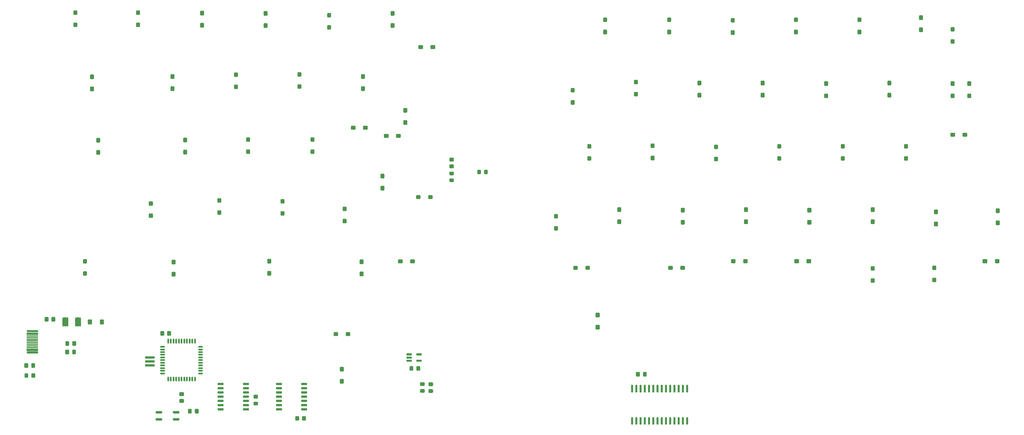
<source format=gbp>
%TF.GenerationSoftware,KiCad,Pcbnew,8.0.2-1*%
%TF.CreationDate,2024-05-14T21:57:46+09:00*%
%TF.ProjectId,us,75732e6b-6963-4616-945f-706362585858,rev?*%
%TF.SameCoordinates,Original*%
%TF.FileFunction,Paste,Bot*%
%TF.FilePolarity,Positive*%
%FSLAX46Y46*%
G04 Gerber Fmt 4.6, Leading zero omitted, Abs format (unit mm)*
G04 Created by KiCad (PCBNEW 8.0.2-1) date 2024-05-14 21:57:46*
%MOMM*%
%LPD*%
G01*
G04 APERTURE LIST*
%ADD10C,0.300000*%
%ADD11C,0.650010*%
%ADD12C,0.500000*%
%ADD13C,0.350010*%
%ADD14C,0.600000*%
%ADD15C,0.550010*%
%ADD16C,1.170030*%
%ADD17C,0.629970*%
%ADD18C,0.624990*%
%ADD19C,0.000000*%
%ADD20C,0.800000*%
G04 APERTURE END LIST*
D10*
X16400020Y41330120D02*
X19450050Y41330120D01*
X16400020Y41479980D02*
X19450050Y41479980D01*
X16400020Y41180000D02*
X19450050Y41180000D01*
X16349980Y40530020D02*
X19450050Y40530020D01*
X16349980Y40679880D02*
X19450050Y40679880D01*
X16349980Y40379900D02*
X19450050Y40379900D01*
X16349980Y39880030D02*
X19450050Y39880030D01*
X16349980Y39379910D02*
X19450050Y39379910D01*
X16349980Y38880030D02*
X19450050Y38880030D01*
X16400020Y34930080D02*
X19450050Y34930080D01*
X16400020Y35079940D02*
X19450050Y35079940D01*
X16400020Y34779970D02*
X19450050Y34779970D01*
X16349980Y35729930D02*
X19450050Y35729930D01*
X16349980Y35880040D02*
X19450050Y35880040D01*
X16349980Y35580070D02*
X19450050Y35580070D01*
X16349980Y36379910D02*
X19450050Y36379910D01*
X16349980Y36880040D02*
X19450050Y36880040D01*
X16349980Y37379910D02*
X19450050Y37379910D01*
X16349980Y37880040D02*
X19450050Y37880040D01*
X16349980Y38379910D02*
X19450050Y38379910D01*
D11*
X67200020Y16925040D02*
X67200020Y17675100D01*
D12*
X66874900Y16850110D02*
X66874900Y17750030D01*
X67524880Y16850110D02*
X67524880Y17750030D01*
D11*
X65149980Y16925040D02*
X65149980Y17675100D01*
D12*
X64825120Y16850110D02*
X64825120Y17750030D01*
X65475100Y16850110D02*
X65475100Y17750030D01*
D10*
X214336120Y23100030D02*
X214336120Y24999950D01*
X214186260Y23100030D02*
X214186260Y24999950D01*
X214486240Y23100030D02*
X214486240Y24999950D01*
X214336120Y13400020D02*
X214336120Y15299940D01*
X214186260Y13400020D02*
X214186260Y15299940D01*
X214486240Y13400020D02*
X214486240Y15299940D01*
X213066120Y23100030D02*
X213066120Y24999950D01*
X212916260Y23100030D02*
X212916260Y24999950D01*
X213216240Y23100030D02*
X213216240Y24999950D01*
X213066120Y13400020D02*
X213066120Y15299940D01*
X212916260Y13400020D02*
X212916260Y15299940D01*
X213216240Y13400020D02*
X213216240Y15299940D01*
X211796120Y23100030D02*
X211796120Y24999950D01*
X211646260Y23100030D02*
X211646260Y24999950D01*
X211946240Y23100030D02*
X211946240Y24999950D01*
X211796120Y13400020D02*
X211796120Y15299940D01*
X211646260Y13400020D02*
X211646260Y15299940D01*
X211946240Y13400020D02*
X211946240Y15299940D01*
X210526120Y23100030D02*
X210526120Y24999950D01*
X210376260Y23100030D02*
X210376260Y24999950D01*
X210676240Y23100030D02*
X210676240Y24999950D01*
X210526120Y13400020D02*
X210526120Y15299940D01*
X210376260Y13400020D02*
X210376260Y15299940D01*
X210676240Y13400020D02*
X210676240Y15299940D01*
X209256120Y23100030D02*
X209256120Y24999950D01*
X209106260Y23100030D02*
X209106260Y24999950D01*
X209406240Y23100030D02*
X209406240Y24999950D01*
X209256120Y13400020D02*
X209256120Y15299940D01*
X209106260Y13400020D02*
X209106260Y15299940D01*
X209406240Y13400020D02*
X209406240Y15299940D01*
X207986120Y23100030D02*
X207986120Y24999950D01*
X207836260Y23100030D02*
X207836260Y24999950D01*
X208136240Y23100030D02*
X208136240Y24999950D01*
X207986120Y13400020D02*
X207986120Y15299940D01*
X207836260Y13400020D02*
X207836260Y15299940D01*
X208136240Y13400020D02*
X208136240Y15299940D01*
X206716120Y23100030D02*
X206716120Y24999950D01*
X206566260Y23100030D02*
X206566260Y24999950D01*
X206866240Y23100030D02*
X206866240Y24999950D01*
X206716120Y13400020D02*
X206716120Y15299940D01*
X206566260Y13400020D02*
X206566260Y15299940D01*
X206866240Y13400020D02*
X206866240Y15299940D01*
X205446120Y23100030D02*
X205446120Y24999950D01*
X205296260Y23100030D02*
X205296260Y24999950D01*
X205596240Y23100030D02*
X205596240Y24999950D01*
X205446120Y13400020D02*
X205446120Y15299940D01*
X205296260Y13400020D02*
X205296260Y15299940D01*
X205596240Y13400020D02*
X205596240Y15299940D01*
X204176120Y23100030D02*
X204176120Y24999950D01*
X204026260Y23100030D02*
X204026260Y24999950D01*
X204326240Y23100030D02*
X204326240Y24999950D01*
X204176120Y13400020D02*
X204176120Y15299940D01*
X204026260Y13400020D02*
X204026260Y15299940D01*
X204326240Y13400020D02*
X204326240Y15299940D01*
X202906120Y23100030D02*
X202906120Y24999950D01*
X202756260Y23100030D02*
X202756260Y24999950D01*
X203056240Y23100030D02*
X203056240Y24999950D01*
X202906120Y13400020D02*
X202906120Y15299940D01*
X202756260Y13400020D02*
X202756260Y15299940D01*
X203056240Y13400020D02*
X203056240Y15299940D01*
X201636120Y23100030D02*
X201636120Y24999950D01*
X201486260Y23100030D02*
X201486260Y24999950D01*
X201786240Y23100030D02*
X201786240Y24999950D01*
X201636120Y13400020D02*
X201636120Y15299940D01*
X201486260Y13400020D02*
X201486260Y15299940D01*
X201786240Y13400020D02*
X201786240Y15299940D01*
X200366120Y23100030D02*
X200366120Y24999950D01*
X200216260Y23100030D02*
X200216260Y24999950D01*
X200516240Y23100030D02*
X200516240Y24999950D01*
X200366120Y13400020D02*
X200366120Y15299940D01*
X200216260Y13400020D02*
X200216260Y15299940D01*
X200516240Y13400020D02*
X200516240Y15299940D01*
X199096120Y23100030D02*
X199096120Y24999950D01*
X198946260Y23100030D02*
X198946260Y24999950D01*
X199246240Y23100030D02*
X199246240Y24999950D01*
X199096120Y13400020D02*
X199096120Y15299940D01*
X198946260Y13400020D02*
X198946260Y15299940D01*
X199246240Y13400020D02*
X199246240Y15299940D01*
X197826120Y23100030D02*
X197826120Y24999950D01*
X197676260Y23100030D02*
X197676260Y24999950D01*
X197976240Y23100030D02*
X197976240Y24999950D01*
X197826120Y13400020D02*
X197826120Y15299940D01*
X197676260Y13400020D02*
X197676260Y15299940D01*
X197976240Y13400020D02*
X197976240Y15299940D01*
D13*
X91149930Y25439880D02*
X92600020Y25439880D01*
X91149930Y25614880D02*
X92600020Y25614880D01*
X91149930Y25265130D02*
X92600020Y25265130D01*
X98750120Y25439880D02*
X100199950Y25439880D01*
X98750120Y25614880D02*
X100199950Y25614880D01*
X98750120Y25265130D02*
X100199950Y25265130D01*
X91149930Y24169880D02*
X92600020Y24169880D01*
X91149930Y24344880D02*
X92600020Y24344880D01*
X91149930Y23995130D02*
X92600020Y23995130D01*
X98750120Y24169880D02*
X100199950Y24169880D01*
X98750120Y24344880D02*
X100199950Y24344880D01*
X98750120Y23995130D02*
X100199950Y23995130D01*
X91149930Y22899880D02*
X92600020Y22899880D01*
X91149930Y23074880D02*
X92600020Y23074880D01*
X91149930Y22725130D02*
X92600020Y22725130D01*
X98750120Y22899880D02*
X100199950Y22899880D01*
X98750120Y23074880D02*
X100199950Y23074880D01*
X98750120Y22725130D02*
X100199950Y22725130D01*
X91149930Y21629880D02*
X92600020Y21629880D01*
X91149930Y21804880D02*
X92600020Y21804880D01*
X91149930Y21455130D02*
X92600020Y21455130D01*
X98750120Y21629880D02*
X100199950Y21629880D01*
X98750120Y21804880D02*
X100199950Y21804880D01*
X98750120Y21455130D02*
X100199950Y21455130D01*
X91149930Y20359880D02*
X92600020Y20359880D01*
X91149930Y20534880D02*
X92600020Y20534880D01*
X91149930Y20185130D02*
X92600020Y20185130D01*
X98750120Y20359880D02*
X100199950Y20359880D01*
X98750120Y20534880D02*
X100199950Y20534880D01*
X98750120Y20185130D02*
X100199950Y20185130D01*
X91149930Y19089880D02*
X92600020Y19089880D01*
X91149930Y19264880D02*
X92600020Y19264880D01*
X91149930Y18915130D02*
X92600020Y18915130D01*
X98750120Y19089880D02*
X100199950Y19089880D01*
X98750120Y19264880D02*
X100199950Y19264880D01*
X98750120Y18915130D02*
X100199950Y18915130D01*
X91149930Y17819880D02*
X92600020Y17819880D01*
X91149930Y17994880D02*
X92600020Y17994880D01*
X91149930Y17645130D02*
X92600020Y17645130D01*
X98750120Y17819880D02*
X100199950Y17819880D01*
X98750120Y17994880D02*
X100199950Y17994880D01*
X98750120Y17645130D02*
X100199950Y17645130D01*
D14*
X110674910Y29554930D02*
X110674910Y30355030D01*
X110374940Y29554930D02*
X110374940Y30355030D01*
X110974890Y29554930D02*
X110974890Y30355030D01*
X110674910Y25904950D02*
X110674910Y26705050D01*
X110374940Y25904950D02*
X110374940Y26705050D01*
X110974890Y25904950D02*
X110974890Y26705050D01*
X122925080Y87555070D02*
X122925080Y88354920D01*
X122625100Y87555070D02*
X122625100Y88354920D01*
X123225050Y87555070D02*
X123225050Y88354920D01*
X122925080Y83905090D02*
X122925080Y84704940D01*
X122625100Y83905090D02*
X122625100Y84704940D01*
X123225050Y83905090D02*
X123225050Y84704940D01*
D15*
X67900040Y28630120D02*
X68850000Y28630120D01*
X67900040Y29429960D02*
X68850000Y29429960D01*
X67900040Y30230060D02*
X68850000Y30230060D01*
X67900040Y31029910D02*
X68850000Y31029910D01*
X67900040Y31830010D02*
X68850000Y31830010D01*
X67900040Y32630110D02*
X68850000Y32630110D01*
X67900040Y33429960D02*
X68850000Y33429960D01*
X67900040Y34230060D02*
X68850000Y34230060D01*
X67900040Y35029900D02*
X68850000Y35029900D01*
X67900040Y35830000D02*
X68850000Y35830000D01*
X67900040Y36630100D02*
X68850000Y36630100D01*
X66675000Y37854890D02*
X66675000Y38805100D01*
X65874900Y37854890D02*
X65874900Y38805100D01*
X65075050Y37854890D02*
X65075050Y38805100D01*
X64274950Y37854890D02*
X64274950Y38805100D01*
X63475110Y37854890D02*
X63475110Y38805100D01*
X62675010Y37854890D02*
X62675010Y38805100D01*
X61874910Y37854890D02*
X61874910Y38805100D01*
X61075060Y37854890D02*
X61075060Y38805100D01*
X60274960Y37854890D02*
X60274960Y38805100D01*
X59475120Y37854890D02*
X59475120Y38805100D01*
X58675020Y37854890D02*
X58675020Y38805100D01*
X56500010Y36630100D02*
X57449970Y36630100D01*
X56500010Y35830000D02*
X57449970Y35830000D01*
X56500010Y35029900D02*
X57449970Y35029900D01*
X56500010Y34230060D02*
X57449970Y34230060D01*
X56500010Y33429960D02*
X57449970Y33429960D01*
X56500010Y32630110D02*
X57449970Y32630110D01*
X56500010Y31830010D02*
X57449970Y31830010D01*
X56500010Y31029910D02*
X57449970Y31029910D01*
X56500010Y30230060D02*
X57449970Y30230060D01*
X56500010Y29429960D02*
X57449970Y29429960D01*
X56500010Y28630120D02*
X57449970Y28630120D01*
X58675020Y26455120D02*
X58675020Y27405080D01*
X59475120Y26455120D02*
X59475120Y27405080D01*
X60274960Y26455120D02*
X60274960Y27405080D01*
X61075060Y26455120D02*
X61075060Y27405080D01*
X61874910Y26455120D02*
X61874910Y27405080D01*
X62675010Y26455120D02*
X62675010Y27405080D01*
X63475110Y26455120D02*
X63475110Y27405080D01*
X64274950Y26455120D02*
X64274950Y27405080D01*
X65075050Y26455120D02*
X65075050Y27405080D01*
X65874900Y26455120D02*
X65874900Y27405080D01*
X66675000Y26455120D02*
X66675000Y27405080D01*
D14*
X241949990Y92829890D02*
X241949990Y93629990D01*
X241650010Y92829890D02*
X241650010Y93629990D01*
X242249960Y92829890D02*
X242249960Y93629990D01*
X241949990Y96480120D02*
X241949990Y97279970D01*
X241650010Y96480120D02*
X241650010Y97279970D01*
X242249960Y96480120D02*
X242249960Y97279970D01*
X59894980Y117424960D02*
X59894980Y118225060D01*
X59595000Y117424960D02*
X59595000Y118225060D01*
X60194950Y117424960D02*
X60194950Y118225060D01*
X59894980Y113774980D02*
X59894980Y114575080D01*
X59595000Y113774980D02*
X59595000Y114575080D01*
X60194950Y113774980D02*
X60194950Y114575080D01*
X87834980Y136394950D02*
X87834980Y137195050D01*
X87535000Y136394950D02*
X87535000Y137195050D01*
X88134950Y136394950D02*
X88134950Y137195050D01*
X87834980Y132744970D02*
X87834980Y133545070D01*
X87535000Y132744970D02*
X87535000Y133545070D01*
X88134950Y132744970D02*
X88134950Y133545070D01*
X78944980Y117979950D02*
X78944980Y118780050D01*
X78645000Y117979950D02*
X78645000Y118780050D01*
X79244950Y117979950D02*
X79244950Y118780050D01*
X78944980Y114329970D02*
X78944980Y115130070D01*
X78645000Y114329970D02*
X78645000Y115130070D01*
X79244950Y114329970D02*
X79244950Y115130070D01*
X97994980Y114409980D02*
X97994980Y115210080D01*
X97695000Y114409980D02*
X97695000Y115210080D01*
X98294950Y114409980D02*
X98294950Y115210080D01*
X97994980Y118059960D02*
X97994980Y118860060D01*
X97695000Y118059960D02*
X97695000Y118860060D01*
X98294950Y118059960D02*
X98294950Y118860060D01*
X129744980Y107264960D02*
X129744980Y108065060D01*
X129445000Y107264960D02*
X129445000Y108065060D01*
X130044950Y107264960D02*
X130044950Y108065060D01*
X129744980Y103614980D02*
X129744980Y104415080D01*
X129445000Y103614980D02*
X129445000Y104415080D01*
X130044950Y103614980D02*
X130044950Y104415080D01*
X37669980Y98294950D02*
X37669980Y99095050D01*
X37370000Y98294950D02*
X37370000Y99095050D01*
X37969950Y98294950D02*
X37969950Y99095050D01*
X37669980Y94644970D02*
X37669980Y95445070D01*
X37370000Y94644970D02*
X37370000Y95445070D01*
X37969950Y94644970D02*
X37969950Y95445070D01*
X63704980Y98374960D02*
X63704980Y99175060D01*
X63405000Y98374960D02*
X63405000Y99175060D01*
X64004950Y98374960D02*
X64004950Y99175060D01*
X63704980Y94724980D02*
X63704980Y95525080D01*
X63405000Y94724980D02*
X63405000Y95525080D01*
X64004950Y94724980D02*
X64004950Y95525080D01*
X82627980Y98501960D02*
X82627980Y99302060D01*
X82328000Y98501960D02*
X82328000Y99302060D01*
X82927950Y98501960D02*
X82927950Y99302060D01*
X82627980Y94851980D02*
X82627980Y95652080D01*
X82328000Y94851980D02*
X82328000Y95652080D01*
X82927950Y94851980D02*
X82927950Y95652080D01*
X101931980Y98501960D02*
X101931980Y99302060D01*
X101632000Y98501960D02*
X101632000Y99302060D01*
X102231950Y98501960D02*
X102231950Y99302060D01*
X101931980Y94851980D02*
X101931980Y95652080D01*
X101632000Y94851980D02*
X101632000Y95652080D01*
X102231950Y94851980D02*
X102231950Y95652080D01*
X113723930Y102458010D02*
X114524030Y102458010D01*
X113723930Y102757990D02*
X114524030Y102757990D01*
X113723930Y102158040D02*
X114524030Y102158040D01*
X117373910Y102458010D02*
X118174010Y102458010D01*
X117373910Y102757990D02*
X118174010Y102757990D01*
X117373910Y102158040D02*
X118174010Y102158040D01*
X127279910Y100045010D02*
X128080010Y100045010D01*
X127279910Y100344990D02*
X128080010Y100344990D01*
X127279910Y99745040D02*
X128080010Y99745040D01*
X123629930Y100045010D02*
X124430030Y100045010D01*
X123629930Y100344990D02*
X124430030Y100344990D01*
X123629930Y99745040D02*
X124430030Y99745040D01*
X53425090Y79304900D02*
X53425090Y80105000D01*
X53125120Y79304900D02*
X53125120Y80105000D01*
X53725060Y79304900D02*
X53725060Y80105000D01*
X53425090Y75654920D02*
X53425090Y76455020D01*
X53125120Y75654920D02*
X53125120Y76455020D01*
X53725060Y75654920D02*
X53725060Y76455020D01*
X73991980Y80213960D02*
X73991980Y81014060D01*
X73692000Y80213960D02*
X73692000Y81014060D01*
X74291950Y80213960D02*
X74291950Y81014060D01*
X73991980Y76563980D02*
X73991980Y77364080D01*
X73692000Y76563980D02*
X73692000Y77364080D01*
X74291950Y76563980D02*
X74291950Y77364080D01*
X92914980Y79959960D02*
X92914980Y80760060D01*
X92615000Y79959960D02*
X92615000Y80760060D01*
X93214950Y79959960D02*
X93214950Y80760060D01*
X92914980Y76309980D02*
X92914980Y77110080D01*
X92615000Y76309980D02*
X92615000Y77110080D01*
X93214950Y76309980D02*
X93214950Y77110080D01*
X111583980Y77673960D02*
X111583980Y78474060D01*
X111284000Y77673960D02*
X111284000Y78474060D01*
X111883950Y77673960D02*
X111883950Y78474060D01*
X111583980Y74023980D02*
X111583980Y74824080D01*
X111284000Y74023980D02*
X111284000Y74824080D01*
X111883950Y74023980D02*
X111883950Y74824080D01*
X33675070Y58275980D02*
X33675070Y59076080D01*
X33375090Y58275980D02*
X33375090Y59076080D01*
X33975040Y58275980D02*
X33975040Y59076080D01*
X33675070Y61925960D02*
X33675070Y62726060D01*
X33375090Y61925960D02*
X33375090Y62726060D01*
X33975040Y61925960D02*
X33975040Y62726060D01*
X60275980Y61718950D02*
X60275980Y62519050D01*
X59976000Y61718950D02*
X59976000Y62519050D01*
X60575950Y61718950D02*
X60575950Y62519050D01*
X60275980Y58068970D02*
X60275980Y58869070D01*
X59976000Y58068970D02*
X59976000Y58869070D01*
X60575950Y58068970D02*
X60575950Y58869070D01*
X35764980Y117344950D02*
X35764980Y118145050D01*
X35465000Y117344950D02*
X35465000Y118145050D01*
X36064950Y117344950D02*
X36064950Y118145050D01*
X35764980Y113694970D02*
X35764980Y114495070D01*
X35465000Y113694970D02*
X35465000Y114495070D01*
X36064950Y113694970D02*
X36064950Y114495070D01*
X269949930Y56155080D02*
X269949930Y56954930D01*
X269649960Y56155080D02*
X269649960Y56954930D01*
X270249900Y56155080D02*
X270249900Y56954930D01*
X269949930Y59805060D02*
X269949930Y60604910D01*
X269649960Y59805060D02*
X269649960Y60604910D01*
X270249900Y59805060D02*
X270249900Y60604910D01*
X306874930Y62380110D02*
X307675030Y62380110D01*
X306874930Y62680090D02*
X307675030Y62680090D01*
X306874930Y62079890D02*
X307675030Y62079890D01*
X303224950Y62380110D02*
X304025050Y62380110D01*
X303224950Y62680090D02*
X304025050Y62680090D01*
X303224950Y62079890D02*
X304025050Y62079890D01*
X288450020Y56330090D02*
X288450020Y57129930D01*
X288150050Y56330090D02*
X288150050Y57129930D01*
X288749990Y56330090D02*
X288749990Y57129930D01*
X288450020Y59980070D02*
X288450020Y60779910D01*
X288150050Y59980070D02*
X288150050Y60779910D01*
X288749990Y59980070D02*
X288749990Y60779910D01*
X136884920Y81630010D02*
X137685020Y81630010D01*
X136884920Y81929990D02*
X137685020Y81929990D01*
X136884920Y81330040D02*
X137685020Y81330040D01*
X133234940Y81630010D02*
X134035040Y81630010D01*
X133234940Y81929990D02*
X134035040Y81929990D01*
X133234940Y81330040D02*
X134035040Y81330040D01*
X108499910Y40479980D02*
X109300010Y40479980D01*
X108499910Y40779950D02*
X109300010Y40779950D01*
X108499910Y40180010D02*
X109300010Y40180010D01*
X112149890Y40479980D02*
X112949990Y40479980D01*
X112149890Y40779950D02*
X112949990Y40779950D01*
X112149890Y40180010D02*
X112949990Y40180010D01*
X231374950Y62380110D02*
X232175050Y62380110D01*
X231374950Y62680090D02*
X232175050Y62680090D01*
X231374950Y62079890D02*
X232175050Y62079890D01*
X227724970Y62380110D02*
X228525070Y62380110D01*
X227724970Y62680090D02*
X228525070Y62680090D01*
X227724970Y62079890D02*
X228525070Y62079890D01*
X250374910Y62380110D02*
X251175010Y62380110D01*
X250374910Y62680090D02*
X251175010Y62680090D01*
X250374910Y62079890D02*
X251175010Y62079890D01*
X246724930Y62380110D02*
X247525030Y62380110D01*
X246724930Y62680090D02*
X247525030Y62680090D01*
X246724930Y62079890D02*
X247525030Y62079890D01*
X193950080Y73829930D02*
X193950080Y74630030D01*
X193650110Y73829930D02*
X193650110Y74630030D01*
X194250060Y73829930D02*
X194250060Y74630030D01*
X193950080Y77479910D02*
X193950080Y78280010D01*
X193650110Y77479910D02*
X193650110Y78280010D01*
X194250060Y77479910D02*
X194250060Y78280010D01*
X217950030Y111830100D02*
X217950030Y112629950D01*
X217650060Y111830100D02*
X217650060Y112629950D01*
X218250010Y111830100D02*
X218250010Y112629950D01*
X217950030Y115480080D02*
X217950030Y116279930D01*
X217650060Y115480080D02*
X217650060Y116279930D01*
X218250010Y115480080D02*
X218250010Y116279930D01*
X298950130Y111655100D02*
X298950130Y112454940D01*
X298649900Y111655100D02*
X298649900Y112454940D01*
X299250100Y111655100D02*
X299250100Y112454940D01*
X298950130Y115305080D02*
X298950130Y116104920D01*
X298649900Y115305080D02*
X298649900Y116104920D01*
X299250100Y115305080D02*
X299250100Y116104920D01*
X184950100Y92829890D02*
X184950100Y93629990D01*
X184650130Y92829890D02*
X184650130Y93629990D01*
X185250070Y92829890D02*
X185250070Y93629990D01*
X184950100Y96480120D02*
X184950100Y97279970D01*
X184650130Y96480120D02*
X184650130Y97279970D01*
X185250070Y96480120D02*
X185250070Y97279970D01*
X203950060Y92980000D02*
X203950060Y93780100D01*
X203650090Y92980000D02*
X203650090Y93780100D01*
X204250040Y92980000D02*
X204250040Y93780100D01*
X203950060Y96629980D02*
X203950060Y97430080D01*
X203650090Y96629980D02*
X203650090Y97430080D01*
X204250040Y96629980D02*
X204250040Y97430080D01*
X222950020Y92654880D02*
X222950020Y93454980D01*
X222650050Y92654880D02*
X222650050Y93454980D01*
X223250000Y92654880D02*
X223250000Y93454980D01*
X222950020Y96305120D02*
X222950020Y97104960D01*
X222650050Y96305120D02*
X222650050Y97104960D01*
X223250000Y96305120D02*
X223250000Y97104960D01*
X236950000Y111830100D02*
X236950000Y112629950D01*
X236650020Y111830100D02*
X236650020Y112629950D01*
X237249970Y111830100D02*
X237249970Y112629950D01*
X236950000Y115480080D02*
X236950000Y116279930D01*
X236650020Y115480080D02*
X236650020Y116279930D01*
X237249970Y115480080D02*
X237249970Y116279930D01*
X255949960Y111655100D02*
X255949960Y112454940D01*
X255649980Y111655100D02*
X255649980Y112454940D01*
X256249930Y111655100D02*
X256249930Y112454940D01*
X255949960Y115305080D02*
X255949960Y116104920D01*
X255649980Y115305080D02*
X255649980Y116104920D01*
X256249930Y115305080D02*
X256249930Y116104920D01*
X274949920Y111830100D02*
X274949920Y112629950D01*
X274649950Y111830100D02*
X274649950Y112629950D01*
X275249890Y111830100D02*
X275249890Y112629950D01*
X274949920Y115480080D02*
X274949920Y116279930D01*
X274649950Y115480080D02*
X274649950Y116279930D01*
X275249890Y115480080D02*
X275249890Y116279930D01*
X68784980Y136474960D02*
X68784980Y137275060D01*
X68485000Y136474960D02*
X68485000Y137275060D01*
X69084950Y136474960D02*
X69084950Y137275060D01*
X68784980Y132824980D02*
X68784980Y133625080D01*
X68485000Y132824980D02*
X68485000Y133625080D01*
X69084950Y132824980D02*
X69084950Y133625080D01*
X88924890Y61980060D02*
X88924890Y62779910D01*
X88624920Y61980060D02*
X88624920Y62779910D01*
X89225120Y61980060D02*
X89225120Y62779910D01*
X88924890Y58330080D02*
X88924890Y59129930D01*
X88624920Y58330080D02*
X88624920Y59129930D01*
X89225120Y58330080D02*
X89225120Y59129930D01*
X293949880Y111655100D02*
X293949880Y112454940D01*
X293649910Y111655100D02*
X293649910Y112454940D01*
X294250110Y111655100D02*
X294250110Y112454940D01*
X293949880Y115305080D02*
X293949880Y116104920D01*
X293649910Y115305080D02*
X293649910Y116104920D01*
X294250110Y115305080D02*
X294250110Y116104920D01*
X137599930Y126715010D02*
X138400030Y126715010D01*
X137599930Y127014990D02*
X138400030Y127014990D01*
X137599930Y126415040D02*
X138400030Y126415040D01*
X133949950Y126715010D02*
X134750050Y126715010D01*
X133949950Y127014990D02*
X134750050Y127014990D01*
X133949950Y126415040D02*
X134750050Y126415040D01*
X116663980Y61805060D02*
X116663980Y62604900D01*
X116364000Y61805060D02*
X116364000Y62604900D01*
X116963950Y61805060D02*
X116963950Y62604900D01*
X116663980Y58155080D02*
X116663980Y58954920D01*
X116364000Y58155080D02*
X116364000Y58954920D01*
X116963950Y58155080D02*
X116963950Y58954920D01*
X184049920Y60380120D02*
X184850020Y60380120D01*
X184049920Y60680090D02*
X184850020Y60680090D01*
X184049920Y60079890D02*
X184850020Y60079890D01*
X180399940Y60380120D02*
X181200040Y60380120D01*
X180399940Y60680090D02*
X181200040Y60680090D01*
X180399940Y60079890D02*
X181200040Y60079890D01*
X174950120Y71829930D02*
X174950120Y72630030D01*
X174649890Y71829930D02*
X174649890Y72630030D01*
X175250090Y71829930D02*
X175250090Y72630030D01*
X174950120Y75479910D02*
X174950120Y76280010D01*
X174649890Y75479910D02*
X174649890Y76280010D01*
X175250090Y75479910D02*
X175250090Y76280010D01*
X260949950Y92829890D02*
X260949950Y93629990D01*
X260649970Y92829890D02*
X260649970Y93629990D01*
X261249920Y92829890D02*
X261249920Y93629990D01*
X260949950Y96480120D02*
X260949950Y97279970D01*
X260649970Y96480120D02*
X260649970Y97279970D01*
X261249920Y96480120D02*
X261249920Y97279970D01*
X131503930Y62326010D02*
X132304030Y62326010D01*
X131503930Y62625990D02*
X132304030Y62625990D01*
X131503930Y62026040D02*
X132304030Y62026040D01*
X127853950Y62326010D02*
X128654050Y62326010D01*
X127853950Y62625990D02*
X128654050Y62625990D01*
X127853950Y62026040D02*
X128654050Y62026040D01*
X265949940Y130830070D02*
X265949940Y131629910D01*
X265649960Y130830070D02*
X265649960Y131629910D01*
X266249910Y130830070D02*
X266249910Y131629910D01*
X265949940Y134480050D02*
X265949940Y135279890D01*
X265649960Y134480050D02*
X265649960Y135279890D01*
X266249910Y134480050D02*
X266249910Y135279890D01*
X179950110Y109655100D02*
X179950110Y110454950D01*
X179649880Y109655100D02*
X179649880Y110454950D01*
X180250080Y109655100D02*
X180250080Y110454950D01*
X179950110Y113305080D02*
X179950110Y114104930D01*
X179649880Y113305080D02*
X179649880Y114104930D01*
X180250080Y113305080D02*
X180250080Y114104930D01*
X208900010Y60380120D02*
X209700110Y60380120D01*
X208900010Y60680090D02*
X209700110Y60680090D01*
X208900010Y60079890D02*
X209700110Y60079890D01*
X212549990Y60380120D02*
X213350090Y60380120D01*
X212549990Y60680090D02*
X213350090Y60680090D01*
X212549990Y60079890D02*
X213350090Y60079890D01*
X269949930Y73829930D02*
X269949930Y74630030D01*
X269649960Y73829930D02*
X269649960Y74630030D01*
X270249900Y73829930D02*
X270249900Y74630030D01*
X269949930Y77479910D02*
X269949930Y78280010D01*
X269649960Y77479910D02*
X269649960Y78280010D01*
X270249900Y77479910D02*
X270249900Y78280010D01*
X284450030Y131480050D02*
X284450030Y132279900D01*
X284150050Y131480050D02*
X284150050Y132279900D01*
X284750000Y131480050D02*
X284750000Y132279900D01*
X284450030Y135130030D02*
X284450030Y135929880D01*
X284150050Y135130030D02*
X284150050Y135929880D01*
X284750000Y135130030D02*
X284750000Y135929880D01*
X246949980Y130830070D02*
X246949980Y131629910D01*
X246650000Y130830070D02*
X246650000Y131629910D01*
X247249950Y130830070D02*
X247249950Y131629910D01*
X246949980Y134480050D02*
X246949980Y135279890D01*
X246650000Y134480050D02*
X246650000Y135279890D01*
X247249950Y134480050D02*
X247249950Y135279890D01*
X198950070Y112154970D02*
X198950070Y112955070D01*
X198650100Y112154970D02*
X198650100Y112955070D01*
X199250050Y112154970D02*
X199250050Y112955070D01*
X198950070Y115804950D02*
X198950070Y116605050D01*
X198650100Y115804950D02*
X198650100Y116605050D01*
X199250050Y115804950D02*
X199250050Y116605050D01*
X208950050Y130830070D02*
X208950050Y131629910D01*
X208650080Y130830070D02*
X208650080Y131629910D01*
X209250030Y130830070D02*
X209250030Y131629910D01*
X208950050Y134480050D02*
X208950050Y135279890D01*
X208650080Y134480050D02*
X208650080Y135279890D01*
X209250030Y134480050D02*
X209250030Y135279890D01*
X293949880Y127979930D02*
X293949880Y128780030D01*
X293649910Y127979930D02*
X293649910Y128780030D01*
X294250110Y127979930D02*
X294250110Y128780030D01*
X293949880Y131629910D02*
X293949880Y132430010D01*
X293649910Y131629910D02*
X293649910Y132430010D01*
X294250110Y131629910D02*
X294250110Y132430010D01*
X288949890Y73155050D02*
X288949890Y73954890D01*
X288649920Y73155050D02*
X288649920Y73954890D01*
X289250120Y73155050D02*
X289250120Y73954890D01*
X288949890Y76805030D02*
X288949890Y77604870D01*
X288649920Y76805030D02*
X288649920Y77604870D01*
X289250120Y76805030D02*
X289250120Y77604870D01*
X307449980Y73479910D02*
X307449980Y74280010D01*
X307150010Y73479910D02*
X307150010Y74280010D01*
X307749960Y73479910D02*
X307749960Y74280010D01*
X307449980Y77129890D02*
X307449980Y77929990D01*
X307150010Y77129890D02*
X307150010Y77929990D01*
X307749960Y77129890D02*
X307749960Y77929990D01*
X187449970Y45805090D02*
X187449970Y46604940D01*
X187149990Y45805090D02*
X187149990Y46604940D01*
X187749940Y45805090D02*
X187749940Y46604940D01*
X187449970Y42155110D02*
X187449970Y42954960D01*
X187149990Y42155110D02*
X187149990Y42954960D01*
X187749940Y42155110D02*
X187749940Y42954960D01*
X227950010Y130655060D02*
X227950010Y131454910D01*
X227650040Y130655060D02*
X227650040Y131454910D01*
X228249990Y130655060D02*
X228249990Y131454910D01*
X227950010Y134305040D02*
X227950010Y135104890D01*
X227650040Y134305040D02*
X227650040Y135104890D01*
X228249990Y134305040D02*
X228249990Y135104890D01*
X212950040Y73654920D02*
X212950040Y74455020D01*
X212650070Y73654920D02*
X212650070Y74455020D01*
X213250020Y73654920D02*
X213250020Y74455020D01*
X212950040Y77304900D02*
X212950040Y78105000D01*
X212650070Y77304900D02*
X212650070Y78105000D01*
X213250020Y77304900D02*
X213250020Y78105000D01*
X231950010Y73829930D02*
X231950010Y74630030D01*
X231650030Y73829930D02*
X231650030Y74630030D01*
X232249980Y73829930D02*
X232249980Y74630030D01*
X231950010Y77479910D02*
X231950010Y78280010D01*
X231650030Y77479910D02*
X231650030Y78280010D01*
X232249980Y77479910D02*
X232249980Y78280010D01*
X106884980Y135839960D02*
X106884980Y136640060D01*
X106585000Y135839960D02*
X106585000Y136640060D01*
X107184950Y135839960D02*
X107184950Y136640060D01*
X106884980Y132189980D02*
X106884980Y132990080D01*
X106585000Y132189980D02*
X106585000Y132990080D01*
X107184950Y132189980D02*
X107184950Y132990080D01*
X250949970Y73654920D02*
X250949970Y74455020D01*
X250649990Y73654920D02*
X250649990Y74455020D01*
X251249940Y73654920D02*
X251249940Y74455020D01*
X250949970Y77304900D02*
X250949970Y78105000D01*
X250649990Y77304900D02*
X250649990Y78105000D01*
X251249940Y77304900D02*
X251249940Y78105000D01*
X30811980Y136601960D02*
X30811980Y137402060D01*
X30512000Y136601960D02*
X30512000Y137402060D01*
X31111950Y136601960D02*
X31111950Y137402060D01*
X30811980Y132951980D02*
X30811980Y133752080D01*
X30512000Y132951980D02*
X30512000Y133752080D01*
X31111950Y132951980D02*
X31111950Y133752080D01*
X49607980Y136601960D02*
X49607980Y137402060D01*
X49308000Y136601960D02*
X49308000Y137402060D01*
X49907950Y136601960D02*
X49907950Y137402060D01*
X49607980Y132951980D02*
X49607980Y133752080D01*
X49308000Y132951980D02*
X49308000Y133752080D01*
X49907950Y132951980D02*
X49907950Y133752080D01*
X279949910Y92829890D02*
X279949910Y93629990D01*
X279649940Y92829890D02*
X279649940Y93629990D01*
X280249880Y92829890D02*
X280249880Y93629990D01*
X279949910Y96480120D02*
X279949910Y97279970D01*
X279649940Y96480120D02*
X279649940Y97279970D01*
X280249880Y96480120D02*
X280249880Y97279970D01*
X293550090Y100380040D02*
X294349930Y100380040D01*
X293550090Y100680010D02*
X294349930Y100680010D01*
X293550090Y100080060D02*
X294349930Y100080060D01*
X297200070Y100380040D02*
X297999910Y100380040D01*
X297200070Y100680010D02*
X297999910Y100680010D01*
X297200070Y100080060D02*
X297999910Y100080060D01*
X189669930Y130824990D02*
X189669930Y131625090D01*
X189369950Y130824990D02*
X189369950Y131625090D01*
X189969900Y130824990D02*
X189969900Y131625090D01*
X189669930Y134474970D02*
X189669930Y135275070D01*
X189369950Y134474970D02*
X189369950Y135275070D01*
X189969900Y134474970D02*
X189969900Y135275070D01*
X117044980Y117424960D02*
X117044980Y118225060D01*
X116745000Y117424960D02*
X116745000Y118225060D01*
X117344950Y117424960D02*
X117344950Y118225060D01*
X117044980Y113774980D02*
X117044980Y114575080D01*
X116745000Y113774980D02*
X116745000Y114575080D01*
X117344950Y113774980D02*
X117344950Y114575080D01*
X125934980Y136394950D02*
X125934980Y137195050D01*
X125635000Y136394950D02*
X125635000Y137195050D01*
X126234950Y136394950D02*
X126234950Y137195050D01*
X125934980Y132744970D02*
X125934980Y133545070D01*
X125635000Y132744970D02*
X125635000Y133545070D01*
X126234950Y132744970D02*
X126234950Y133545070D01*
D10*
X51874930Y31029910D02*
X54475130Y31029910D01*
X51874930Y31180020D02*
X54475130Y31180020D01*
X51874930Y30880050D02*
X54475130Y30880050D01*
X51874930Y32230060D02*
X54475130Y32230060D01*
X51874930Y32379920D02*
X54475130Y32379920D01*
X51874930Y32079950D02*
X54475130Y32079950D01*
X51874930Y33429960D02*
X54475130Y33429960D01*
X51874930Y33580070D02*
X54475130Y33580070D01*
X51874930Y33280100D02*
X54475130Y33280100D01*
D13*
X73650090Y25439880D02*
X75099930Y25439880D01*
X73650090Y25614880D02*
X75099930Y25614880D01*
X73650090Y25265130D02*
X75099930Y25265130D01*
X81250030Y25439880D02*
X82700110Y25439880D01*
X81250030Y25614880D02*
X82700110Y25614880D01*
X81250030Y25265130D02*
X82700110Y25265130D01*
X73650090Y24169880D02*
X75099930Y24169880D01*
X73650090Y24344880D02*
X75099930Y24344880D01*
X73650090Y23995130D02*
X75099930Y23995130D01*
X81250030Y24169880D02*
X82700110Y24169880D01*
X81250030Y24344880D02*
X82700110Y24344880D01*
X81250030Y23995130D02*
X82700110Y23995130D01*
X73650090Y22899880D02*
X75099930Y22899880D01*
X73650090Y23074880D02*
X75099930Y23074880D01*
X73650090Y22725130D02*
X75099930Y22725130D01*
X81250030Y22899880D02*
X82700110Y22899880D01*
X81250030Y23074880D02*
X82700110Y23074880D01*
X81250030Y22725130D02*
X82700110Y22725130D01*
X73650090Y21629880D02*
X75099930Y21629880D01*
X73650090Y21804880D02*
X75099930Y21804880D01*
X73650090Y21455130D02*
X75099930Y21455130D01*
X81250030Y21629880D02*
X82700110Y21629880D01*
X81250030Y21804880D02*
X82700110Y21804880D01*
X81250030Y21455130D02*
X82700110Y21455130D01*
X73650090Y20359880D02*
X75099930Y20359880D01*
X73650090Y20534880D02*
X75099930Y20534880D01*
X73650090Y20185130D02*
X75099930Y20185130D01*
X81250030Y20359880D02*
X82700110Y20359880D01*
X81250030Y20534880D02*
X82700110Y20534880D01*
X81250030Y20185130D02*
X82700110Y20185130D01*
X73650090Y19089880D02*
X75099930Y19089880D01*
X73650090Y19264880D02*
X75099930Y19264880D01*
X73650090Y18915130D02*
X75099930Y18915130D01*
X81250030Y19089880D02*
X82700110Y19089880D01*
X81250030Y19264880D02*
X82700110Y19264880D01*
X81250030Y18915130D02*
X82700110Y18915130D01*
X73650090Y17819880D02*
X75099930Y17819880D01*
X73650090Y17994880D02*
X75099930Y17994880D01*
X73650090Y17645130D02*
X75099930Y17645130D01*
X81250030Y17819880D02*
X82700110Y17819880D01*
X81250030Y17994880D02*
X82700110Y17994880D01*
X81250030Y17645130D02*
X82700110Y17645130D01*
D10*
X130299970Y34329880D02*
X131549900Y34329880D01*
X130299970Y34479990D02*
X131549900Y34479990D01*
X130299970Y34180020D02*
X131549900Y34180020D01*
X133299960Y34329880D02*
X134549900Y34329880D01*
X133299960Y34479990D02*
X134549900Y34479990D01*
X133299960Y34180020D02*
X134549900Y34180020D01*
X130299970Y33379920D02*
X131549900Y33379920D01*
X130299970Y33530030D02*
X131549900Y33530030D01*
X130299970Y33230060D02*
X131549900Y33230060D01*
X130299970Y32429960D02*
X131549900Y32429960D01*
X130299970Y32580070D02*
X131549900Y32580070D01*
X130299970Y32280100D02*
X131549900Y32280100D01*
X133299960Y32429960D02*
X134549900Y32429960D01*
X133299960Y32580070D02*
X134549900Y32580070D01*
X133299960Y32280100D02*
X134549900Y32280100D01*
D11*
X143299940Y88680040D02*
X144050000Y88680040D01*
D12*
X143225010Y89004900D02*
X144124930Y89004900D01*
X143225010Y88354920D02*
X144124930Y88354920D01*
D11*
X143299940Y86630000D02*
X144050000Y86630000D01*
D12*
X143225010Y86955120D02*
X144124930Y86955120D01*
X143225010Y86304880D02*
X144124930Y86304880D01*
D11*
X143299940Y90829890D02*
X144050000Y90829890D01*
D12*
X143225010Y91155010D02*
X144124930Y91155010D01*
X143225010Y90505030D02*
X144124930Y90505030D01*
D11*
X143299940Y92879930D02*
X144050000Y92879930D01*
D12*
X143225010Y93205050D02*
X144124930Y93205050D01*
X143225010Y92555060D02*
X144124930Y92555060D01*
D11*
X151925020Y88754970D02*
X151925020Y89505030D01*
D12*
X151599900Y88680040D02*
X151599900Y89579960D01*
X152249890Y88680040D02*
X152249890Y89579960D01*
D11*
X153975050Y88754970D02*
X153975050Y89505030D01*
D12*
X153649930Y88680040D02*
X153649930Y89579960D01*
X154299920Y88680040D02*
X154299920Y89579960D01*
D11*
X18150080Y30625030D02*
X18150080Y31375100D01*
D12*
X17824960Y30550100D02*
X17824960Y31450030D01*
X18474940Y30550100D02*
X18474940Y31450030D01*
D11*
X16100040Y30625030D02*
X16100040Y31375100D01*
D12*
X15774920Y30550100D02*
X15774920Y31450030D01*
X16424910Y30550100D02*
X16424910Y31450030D01*
D11*
X18174970Y27625040D02*
X18174970Y28375100D01*
D12*
X17850100Y27550110D02*
X17850100Y28450030D01*
X18500090Y27550110D02*
X18500090Y28450030D01*
D11*
X16124940Y27625040D02*
X16124940Y28375100D01*
D12*
X15800070Y27550110D02*
X15800070Y28450030D01*
X16450060Y27550110D02*
X16450060Y28450030D01*
D11*
X28375100Y34677100D02*
X28375100Y35426900D01*
D12*
X28049980Y34601910D02*
X28049980Y35502090D01*
X28699970Y34601910D02*
X28699970Y35502090D01*
D11*
X30424880Y34677100D02*
X30424880Y35426900D01*
D12*
X30100020Y34601910D02*
X30100020Y35502090D01*
X30750000Y34601910D02*
X30750000Y35502090D01*
D11*
X30450030Y37217100D02*
X30450030Y37966900D01*
D12*
X30124910Y37141910D02*
X30124910Y38042090D01*
X30774890Y37141910D02*
X30774890Y38042090D01*
D11*
X28399990Y37217100D02*
X28399990Y37966900D01*
D12*
X28074870Y37141910D02*
X28074870Y38042090D01*
X28725110Y37141910D02*
X28725110Y38042090D01*
D11*
X134549900Y23379940D02*
X135299960Y23379940D01*
D12*
X134474970Y23705060D02*
X135374890Y23705060D01*
X134474970Y23055070D02*
X135374890Y23055070D01*
D11*
X134549900Y25429970D02*
X135299960Y25429970D01*
D12*
X134474970Y25755090D02*
X135374890Y25755090D01*
X134474970Y25105110D02*
X135374890Y25105110D01*
D11*
X137050020Y23329900D02*
X137800080Y23329900D01*
D12*
X136975090Y23655020D02*
X137875010Y23655020D01*
X136975090Y23005030D02*
X137875010Y23005030D01*
D11*
X137050020Y25379930D02*
X137800080Y25379930D01*
D12*
X136975090Y25705050D02*
X137875010Y25705050D01*
X136975090Y25055070D02*
X137875010Y25055070D01*
D16*
X27774900Y43315130D02*
X27774900Y44945050D01*
D17*
X27189940Y43044870D02*
X27189940Y45215050D01*
X28360120Y43044870D02*
X28360120Y45215050D01*
D16*
X31574990Y43315130D02*
X31574990Y44945050D01*
D17*
X30990030Y43044870D02*
X30990030Y45215050D01*
X32159960Y43044870D02*
X32159960Y45215050D01*
D18*
X35124900Y43692570D02*
X35124900Y44567600D01*
X34812480Y43692570D02*
X34812480Y44567600D01*
X35437570Y43692570D02*
X35437570Y44567600D01*
X38725090Y43692570D02*
X38725090Y44567600D01*
X38412420Y43692570D02*
X38412420Y44567600D01*
X39037510Y43692570D02*
X39037510Y44567600D01*
D11*
X84550000Y19580100D02*
X85300060Y19580100D01*
D12*
X84475070Y19904960D02*
X85374990Y19904960D01*
X84475070Y19254980D02*
X85374990Y19254980D01*
D11*
X84550000Y21629880D02*
X85300060Y21629880D01*
D12*
X84475070Y21955000D02*
X85374990Y21955000D01*
X84475070Y21305010D02*
X85374990Y21305010D01*
D11*
X97374960Y14755110D02*
X97374960Y15504920D01*
D12*
X97050100Y14679930D02*
X97050100Y15580110D01*
X97700080Y14679930D02*
X97700080Y15580110D01*
D11*
X99425000Y14755110D02*
X99425000Y15504920D01*
D12*
X99099880Y14679930D02*
X99099880Y15580110D01*
X99750120Y14679930D02*
X99750120Y15580110D01*
D11*
X56874920Y40304970D02*
X56874920Y41055040D01*
D12*
X56550050Y40230040D02*
X56550050Y41129970D01*
X57200040Y40230040D02*
X57200040Y41129970D01*
D11*
X58924950Y40304970D02*
X58924950Y41055040D01*
D12*
X58600090Y40230040D02*
X58600090Y41129970D01*
X59250070Y40230040D02*
X59250070Y41129970D01*
D11*
X131625090Y29755080D02*
X131625090Y30504890D01*
D12*
X131299970Y29679900D02*
X131299970Y30580080D01*
X131949950Y29679900D02*
X131949950Y30580080D01*
D11*
X133675120Y29755080D02*
X133675120Y30504890D01*
D12*
X133350000Y29679900D02*
X133350000Y30580080D01*
X133999990Y29679900D02*
X133999990Y30580080D01*
D11*
X62300100Y20355050D02*
X63049910Y20355050D01*
D12*
X62224920Y20679920D02*
X63125100Y20679920D01*
X62224920Y20029930D02*
X63125100Y20029930D01*
D11*
X62300100Y22405090D02*
X63049910Y22405090D01*
D12*
X62224920Y22729950D02*
X63125100Y22729950D01*
X62224920Y22079970D02*
X63125100Y22079970D01*
D11*
X22174960Y44505120D02*
X22174960Y45254930D01*
D12*
X21850100Y44429930D02*
X21850100Y45330110D01*
X22500080Y44429930D02*
X22500080Y45330110D01*
D11*
X24225000Y44505120D02*
X24225000Y45254930D01*
D12*
X23899880Y44429930D02*
X23899880Y45330110D01*
X24550120Y44429930D02*
X24550120Y45330110D01*
D11*
X199584060Y28024070D02*
X199584060Y28773880D01*
D12*
X199258940Y27948890D02*
X199258940Y28849070D01*
X199908920Y27948890D02*
X199908920Y28849070D01*
D11*
X201634090Y28024070D02*
X201634090Y28773880D01*
D12*
X201308970Y27948890D02*
X201308970Y28849070D01*
X201958960Y27948890D02*
X201958960Y28849070D01*
D19*
G36*
X57119560Y30885340D02*
G01*
X56830410Y30885340D01*
X56830410Y31174490D01*
X57119560Y31174490D01*
X57119560Y30885340D01*
G37*
D20*
X55194960Y14850110D02*
X56494930Y14850110D01*
X60345070Y14850110D02*
X61645040Y14850110D01*
X55194960Y16999970D02*
X56494930Y16999970D01*
X60345070Y16999970D02*
X61645040Y16999970D01*
M02*

</source>
